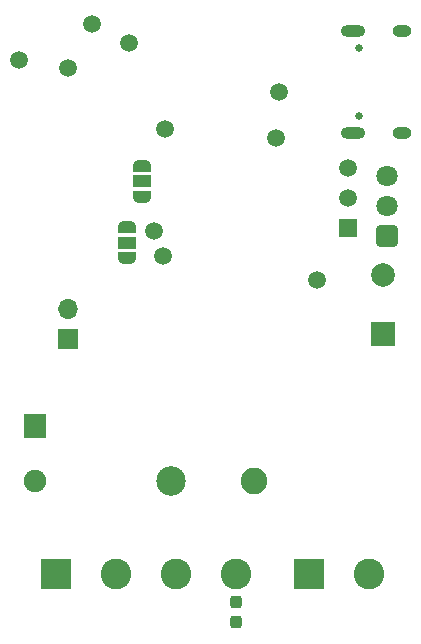
<source format=gbr>
%TF.GenerationSoftware,KiCad,Pcbnew,8.0.6*%
%TF.CreationDate,2024-11-14T14:47:25+01:00*%
%TF.ProjectId,TwinkleTron,5477696e-6b6c-4655-9472-6f6e2e6b6963,rev?*%
%TF.SameCoordinates,Original*%
%TF.FileFunction,Soldermask,Bot*%
%TF.FilePolarity,Negative*%
%FSLAX46Y46*%
G04 Gerber Fmt 4.6, Leading zero omitted, Abs format (unit mm)*
G04 Created by KiCad (PCBNEW 8.0.6) date 2024-11-14 14:47:25*
%MOMM*%
%LPD*%
G01*
G04 APERTURE LIST*
G04 Aperture macros list*
%AMRoundRect*
0 Rectangle with rounded corners*
0 $1 Rounding radius*
0 $2 $3 $4 $5 $6 $7 $8 $9 X,Y pos of 4 corners*
0 Add a 4 corners polygon primitive as box body*
4,1,4,$2,$3,$4,$5,$6,$7,$8,$9,$2,$3,0*
0 Add four circle primitives for the rounded corners*
1,1,$1+$1,$2,$3*
1,1,$1+$1,$4,$5*
1,1,$1+$1,$6,$7*
1,1,$1+$1,$8,$9*
0 Add four rect primitives between the rounded corners*
20,1,$1+$1,$2,$3,$4,$5,0*
20,1,$1+$1,$4,$5,$6,$7,0*
20,1,$1+$1,$6,$7,$8,$9,0*
20,1,$1+$1,$8,$9,$2,$3,0*%
%AMFreePoly0*
4,1,19,0.550000,-0.750000,0.000000,-0.750000,0.000000,-0.744911,-0.071157,-0.744911,-0.207708,-0.704816,-0.327430,-0.627875,-0.420627,-0.520320,-0.479746,-0.390866,-0.500000,-0.250000,-0.500000,0.250000,-0.479746,0.390866,-0.420627,0.520320,-0.327430,0.627875,-0.207708,0.704816,-0.071157,0.744911,0.000000,0.744911,0.000000,0.750000,0.550000,0.750000,0.550000,-0.750000,0.550000,-0.750000,
$1*%
%AMFreePoly1*
4,1,19,0.000000,0.744911,0.071157,0.744911,0.207708,0.704816,0.327430,0.627875,0.420627,0.520320,0.479746,0.390866,0.500000,0.250000,0.500000,-0.250000,0.479746,-0.390866,0.420627,-0.520320,0.327430,-0.627875,0.207708,-0.704816,0.071157,-0.744911,0.000000,-0.744911,0.000000,-0.750000,-0.550000,-0.750000,-0.550000,0.750000,0.000000,0.750000,0.000000,0.744911,0.000000,0.744911,
$1*%
G04 Aperture macros list end*
%ADD10R,2.600000X2.600000*%
%ADD11C,2.600000*%
%ADD12C,2.500000*%
%ADD13C,2.250000*%
%ADD14C,1.900000*%
%ADD15R,1.900000X2.000000*%
%ADD16O,1.700000X1.700000*%
%ADD17R,1.700000X1.700000*%
%ADD18RoundRect,0.250200X0.649800X-0.649800X0.649800X0.649800X-0.649800X0.649800X-0.649800X-0.649800X0*%
%ADD19C,1.800000*%
%ADD20C,0.650000*%
%ADD21O,2.100000X1.000000*%
%ADD22O,1.600000X1.000000*%
%ADD23R,2.000000X2.000000*%
%ADD24C,2.000000*%
%ADD25R,1.500000X1.500000*%
%ADD26C,1.500000*%
%ADD27RoundRect,0.237500X-0.237500X0.300000X-0.237500X-0.300000X0.237500X-0.300000X0.237500X0.300000X0*%
%ADD28FreePoly0,270.000000*%
%ADD29R,1.500000X1.000000*%
%ADD30FreePoly1,270.000000*%
G04 APERTURE END LIST*
D10*
%TO.C,J3*%
X27090000Y-55850000D03*
D11*
X32170000Y-55850000D03*
%TD*%
D10*
%TO.C,J4*%
X5750000Y-55850000D03*
D11*
X10830000Y-55850000D03*
X15910000Y-55850000D03*
X20990000Y-55850000D03*
%TD*%
D12*
%TO.C,K1*%
X15450000Y-48000000D03*
D13*
X22450000Y-48000000D03*
D14*
X3950000Y-48000000D03*
D15*
X3950000Y-43300000D03*
%TD*%
D16*
%TO.C,J2*%
X6690000Y-33410000D03*
D17*
X6690000Y-35950000D03*
%TD*%
D18*
%TO.C,U2*%
X33750000Y-27240000D03*
D19*
X33750000Y-24700000D03*
X33750000Y-22160000D03*
%TD*%
D20*
%TO.C,J1*%
X31350000Y-17090000D03*
X31350000Y-11310000D03*
D21*
X30820000Y-18520000D03*
D22*
X35000000Y-18520000D03*
D21*
X30820000Y-9880000D03*
D22*
X35000000Y-9880000D03*
%TD*%
D23*
%TO.C,C11*%
X33388750Y-35505570D03*
D24*
X33388750Y-30505570D03*
%TD*%
D25*
%TO.C,U3*%
X30450000Y-26540000D03*
D26*
X30450000Y-24000000D03*
X30450000Y-21460000D03*
%TD*%
%TO.C,TP6*%
X24340000Y-18920000D03*
%TD*%
%TO.C,TP10*%
X8800000Y-9270000D03*
%TD*%
%TO.C,TP8*%
X2570000Y-12350000D03*
%TD*%
D27*
%TO.C,C7*%
X20990000Y-58220000D03*
X20990000Y-59945000D03*
%TD*%
D26*
%TO.C,TP5*%
X24550000Y-15080000D03*
%TD*%
%TO.C,TP9*%
X14750000Y-28900000D03*
%TD*%
%TO.C,TP1*%
X27790000Y-30980000D03*
%TD*%
%TO.C,TP3*%
X11880000Y-10900000D03*
%TD*%
%TO.C,TP7*%
X14010000Y-26850000D03*
%TD*%
D28*
%TO.C,JP1*%
X11750000Y-26500000D03*
D29*
X11750000Y-27800000D03*
D30*
X11750000Y-29100000D03*
%TD*%
D26*
%TO.C,TP2*%
X14920000Y-18160000D03*
%TD*%
%TO.C,TP4*%
X6760000Y-13000000D03*
%TD*%
D28*
%TO.C,JP2*%
X13020000Y-21310000D03*
D29*
X13020000Y-22610000D03*
D30*
X13020000Y-23910000D03*
%TD*%
M02*

</source>
